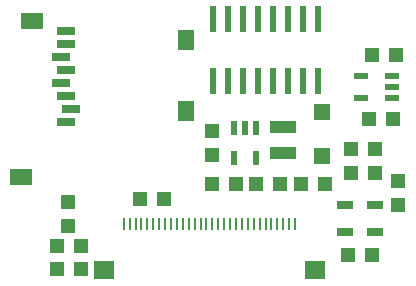
<source format=gbr>
G04 EAGLE Gerber RS-274X export*
G75*
%MOMM*%
%FSLAX34Y34*%
%LPD*%
%INSolderpaste Top*%
%IPPOS*%
%AMOC8*
5,1,8,0,0,1.08239X$1,22.5*%
G01*
%ADD10R,1.200000X1.300000*%
%ADD11R,1.300000X1.200000*%
%ADD12R,1.350000X0.800000*%
%ADD13R,1.200000X0.550000*%
%ADD14R,0.550000X1.200000*%
%ADD15R,2.200000X1.016000*%
%ADD16R,1.400000X1.400000*%
%ADD17R,1.900000X1.400000*%
%ADD18R,1.400000X1.800000*%
%ADD19R,1.500000X0.700000*%
%ADD20R,1.700000X1.500000*%
%ADD21R,0.250000X1.100000*%
%ADD22R,0.600000X2.200000*%


D10*
X-58910Y-35000D03*
X-38590Y-35000D03*
X137660Y-82500D03*
X117340Y-82500D03*
D11*
X120000Y-12660D03*
X120000Y7660D03*
X140000Y-12660D03*
X140000Y7660D03*
D12*
X140200Y-40000D03*
X114800Y-40000D03*
D10*
X-108590Y-75000D03*
X-128910Y-75000D03*
D11*
X-120000Y-37340D03*
X-120000Y-57660D03*
D13*
X154251Y50500D03*
X154251Y60000D03*
X154251Y69500D03*
X128249Y69500D03*
X128249Y50500D03*
D10*
X157660Y87500D03*
X137340Y87500D03*
D14*
X39500Y25501D03*
X30000Y25501D03*
X20500Y25501D03*
X20500Y-501D03*
X39500Y-501D03*
D10*
X22660Y-22500D03*
X2340Y-22500D03*
D15*
X62500Y3730D03*
X62500Y26270D03*
D16*
X95000Y1500D03*
X95000Y38500D03*
D10*
X39840Y-22500D03*
X60160Y-22500D03*
D11*
X2500Y2340D03*
X2500Y22660D03*
D10*
X77340Y-22500D03*
X97660Y-22500D03*
D17*
X-150400Y116000D03*
X-159400Y-16000D03*
D18*
X-19400Y100000D03*
X-19400Y40000D03*
D19*
X-121400Y107000D03*
X-121400Y96000D03*
X-125400Y85000D03*
X-121400Y74000D03*
X-125400Y63000D03*
X-121400Y52000D03*
X-117400Y41000D03*
X-121400Y30000D03*
D10*
X134840Y32500D03*
X155160Y32500D03*
X-108590Y-93750D03*
X-128910Y-93750D03*
D20*
X-89000Y-95200D03*
X89000Y-95200D03*
D21*
X-62500Y-56200D03*
X-72500Y-56200D03*
X-67500Y-56200D03*
X-57500Y-56200D03*
X-52500Y-56200D03*
X-47500Y-56200D03*
X-42500Y-56200D03*
X-37500Y-56200D03*
X-32500Y-56200D03*
X-27500Y-56200D03*
X-22500Y-56200D03*
X-17500Y-56200D03*
X-12500Y-56200D03*
X-7500Y-56200D03*
X-2500Y-56200D03*
X2500Y-56200D03*
X7500Y-56200D03*
X12500Y-56200D03*
X17500Y-56200D03*
X22500Y-56200D03*
X27500Y-56200D03*
X32500Y-56200D03*
X37500Y-56200D03*
X42500Y-56200D03*
X47500Y-56200D03*
X52500Y-56200D03*
X57500Y-56200D03*
X62500Y-56200D03*
X67500Y-56200D03*
X72500Y-56200D03*
D22*
X79250Y117230D03*
X53850Y65230D03*
X91950Y117230D03*
X66550Y117230D03*
X53850Y117230D03*
X66550Y65230D03*
X41150Y65230D03*
X28450Y65230D03*
X28450Y117230D03*
X3050Y65230D03*
X41150Y117230D03*
X15750Y117230D03*
X15750Y65230D03*
X3050Y117230D03*
X79250Y65230D03*
X91950Y65230D03*
D11*
X160000Y-40160D03*
X160000Y-19840D03*
D12*
X114800Y-62500D03*
X140200Y-62500D03*
M02*

</source>
